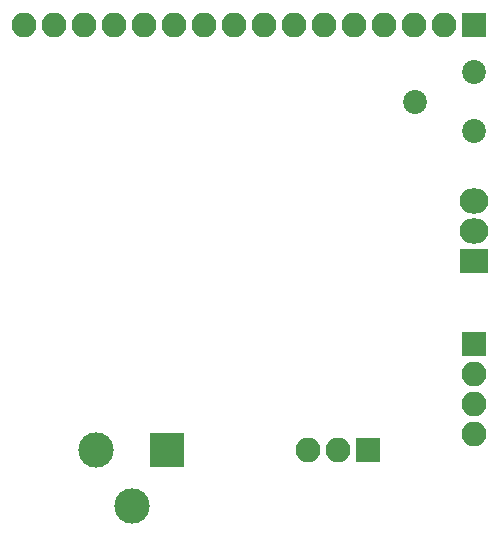
<source format=gbs>
G04 #@! TF.FileFunction,Soldermask,Bot*
%FSLAX46Y46*%
G04 Gerber Fmt 4.6, Leading zero omitted, Abs format (unit mm)*
G04 Created by KiCad (PCBNEW 4.0.5+dfsg1-4) date Sat Dec 16 07:09:28 2017*
%MOMM*%
%LPD*%
G01*
G04 APERTURE LIST*
%ADD10C,0.100000*%
%ADD11R,3.000000X3.000000*%
%ADD12C,3.000000*%
%ADD13R,2.100000X2.100000*%
%ADD14O,2.100000X2.100000*%
%ADD15R,2.432000X2.127200*%
%ADD16O,2.432000X2.127200*%
%ADD17C,2.020000*%
G04 APERTURE END LIST*
D10*
D11*
X167000000Y-107000000D03*
D12*
X161000000Y-107000000D03*
X164000000Y-111700000D03*
D13*
X193000000Y-71000000D03*
D14*
X190460000Y-71000000D03*
X187920000Y-71000000D03*
X185380000Y-71000000D03*
X182840000Y-71000000D03*
X180300000Y-71000000D03*
X177760000Y-71000000D03*
X175220000Y-71000000D03*
X172680000Y-71000000D03*
X170140000Y-71000000D03*
X167600000Y-71000000D03*
X165060000Y-71000000D03*
X162520000Y-71000000D03*
X159980000Y-71000000D03*
X157440000Y-71000000D03*
X154900000Y-71000000D03*
D15*
X193000000Y-91000000D03*
D16*
X193000000Y-88460000D03*
X193000000Y-85920000D03*
D17*
X193000000Y-80000000D03*
X188000000Y-77500000D03*
X193000000Y-75000000D03*
D13*
X184000000Y-107000000D03*
D14*
X181460000Y-107000000D03*
X178920000Y-107000000D03*
D13*
X193000000Y-98000000D03*
D14*
X193000000Y-100540000D03*
X193000000Y-103080000D03*
X193000000Y-105620000D03*
M02*

</source>
